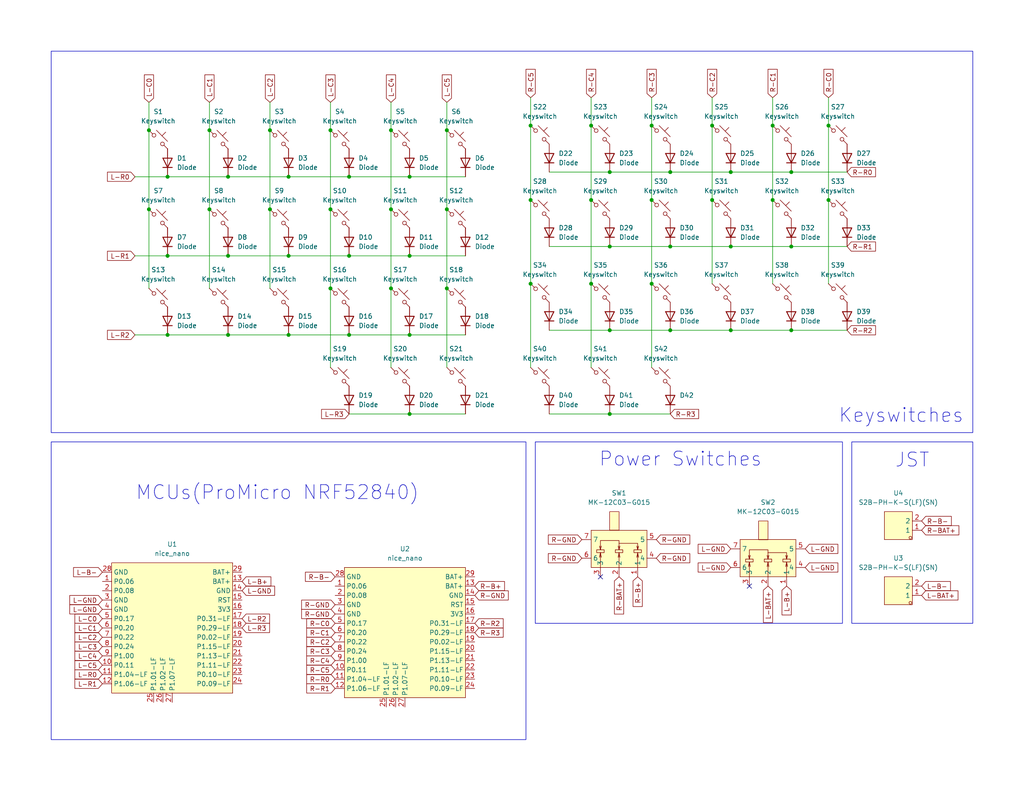
<source format=kicad_sch>
(kicad_sch (version 20250114) (generator "eeschema") (generator_version "9.0")
  (paper "USLetter")
  (title_block (title "Dune: Schematic") (date "2025-10-04") (rev "v0.1.0"))
  (rectangle (start 146.05 120.65) (end 229.87 170.18))
  (rectangle (start 13.97 13.97) (end 265.43 118.11))
  (rectangle (start 13.97 120.65) (end 143.51 201.93))
  (rectangle (start 232.41 120.65) (end 265.43 170.18))
  (text "MCUs(ProMicro NRF52840)" (at 75.692 134.62 0) (effects (font (size 3.81 3.81))))
  (text "JST\n" (at 248.92 125.73 0) (effects (font (size 3.81 3.81))))
  (text "Keyswitches" (at 245.872 113.538 0) (effects (font (size 3.81 3.81))))
  (text "Power Switches" (at 185.674 125.476 0) (effects (font (size 3.81 3.81))))
  (junction (at 62.23 69.85))
  (junction (at 166.37 67.31))
  (junction (at 106.68 78.74))
  (junction (at 121.92 78.74))
  (junction (at 45.72 69.85))
  (junction (at 215.9 46.99))
  (junction (at 144.78 77.47))
  (junction (at 45.72 48.26))
  (junction (at 182.88 67.31))
  (junction (at 194.31 54.61))
  (junction (at 95.25 69.85))
  (junction (at 95.25 48.26))
  (junction (at 226.06 54.61))
  (junction (at 199.39 46.99))
  (junction (at 111.76 113.03))
  (junction (at 199.39 90.17))
  (junction (at 144.78 34.29))
  (junction (at 161.29 34.29))
  (junction (at 166.37 113.03))
  (junction (at 40.64 35.56))
  (junction (at 215.9 90.17))
  (junction (at 210.82 34.29))
  (junction (at 182.88 46.99))
  (junction (at 90.17 35.56))
  (junction (at 177.8 54.61))
  (junction (at 90.17 78.74))
  (junction (at 199.39 67.31))
  (junction (at 177.8 77.47))
  (junction (at 161.29 54.61))
  (junction (at 73.66 35.56))
  (junction (at 106.68 35.56))
  (junction (at 62.23 91.44))
  (junction (at 111.76 91.44))
  (junction (at 62.23 48.26))
  (junction (at 215.9 67.31))
  (junction (at 166.37 90.17))
  (junction (at 78.74 91.44))
  (junction (at 111.76 69.85))
  (junction (at 90.17 57.15))
  (junction (at 57.15 57.15))
  (junction (at 121.92 35.56))
  (junction (at 144.78 54.61))
  (junction (at 161.29 77.47))
  (junction (at 106.68 57.15))
  (junction (at 40.64 57.15))
  (junction (at 194.31 34.29))
  (junction (at 226.06 34.29))
  (junction (at 45.72 91.44))
  (junction (at 182.88 90.17))
  (junction (at 121.92 57.15))
  (junction (at 177.8 34.29))
  (junction (at 57.15 35.56))
  (junction (at 210.82 54.61))
  (junction (at 166.37 46.99))
  (junction (at 78.74 69.85))
  (junction (at 78.74 48.26))
  (junction (at 111.76 48.26))
  (junction (at 73.66 57.15))
  (junction (at 95.25 91.44))
  (no_connect (at 163.83 157.48))
  (no_connect (at 204.47 160.02))
  (wire (pts (xy 149.86 113.03) (xy 166.37 113.03)))
  (wire (pts (xy 40.64 35.56) (xy 40.64 57.15)))
  (wire (pts (xy 40.64 27.94) (xy 40.64 35.56)))
  (wire (pts (xy 215.9 67.31) (xy 231.14 67.31)))
  (wire (pts (xy 78.74 69.85) (xy 95.25 69.85)))
  (wire (pts (xy 182.88 67.31) (xy 199.39 67.31)))
  (wire (pts (xy 161.29 54.61) (xy 161.29 77.47)))
  (wire (pts (xy 182.88 90.17) (xy 199.39 90.17)))
  (wire (pts (xy 182.88 46.99) (xy 199.39 46.99)))
  (wire (pts (xy 166.37 46.99) (xy 182.88 46.99)))
  (wire (pts (xy 62.23 69.85) (xy 78.74 69.85)))
  (wire (pts (xy 121.92 57.15) (xy 121.92 78.74)))
  (wire (pts (xy 106.68 35.56) (xy 106.68 57.15)))
  (wire (pts (xy 95.25 113.03) (xy 111.76 113.03)))
  (wire (pts (xy 45.72 91.44) (xy 62.23 91.44)))
  (wire (pts (xy 149.86 67.31) (xy 166.37 67.31)))
  (wire (pts (xy 106.68 78.74) (xy 106.68 100.33)))
  (wire (pts (xy 199.39 67.31) (xy 215.9 67.31)))
  (wire (pts (xy 144.78 77.47) (xy 144.78 100.33)))
  (wire (pts (xy 111.76 69.85) (xy 127 69.85)))
  (wire (pts (xy 111.76 113.03) (xy 127 113.03)))
  (wire (pts (xy 177.8 54.61) (xy 177.8 77.47)))
  (wire (pts (xy 194.31 34.29) (xy 194.31 54.61)))
  (wire (pts (xy 166.37 113.03) (xy 182.88 113.03)))
  (wire (pts (xy 36.83 69.85) (xy 45.72 69.85)))
  (wire (pts (xy 177.8 26.67) (xy 177.8 34.29)))
  (wire (pts (xy 177.8 34.29) (xy 177.8 54.61)))
  (wire (pts (xy 226.06 26.67) (xy 226.06 34.29)))
  (wire (pts (xy 40.64 57.15) (xy 40.64 78.74)))
  (wire (pts (xy 95.25 91.44) (xy 111.76 91.44)))
  (wire (pts (xy 210.82 34.29) (xy 210.82 54.61)))
  (wire (pts (xy 111.76 48.26) (xy 127 48.26)))
  (wire (pts (xy 226.06 34.29) (xy 226.06 54.61)))
  (wire (pts (xy 210.82 26.67) (xy 210.82 34.29)))
  (wire (pts (xy 121.92 78.74) (xy 121.92 100.33)))
  (wire (pts (xy 144.78 34.29) (xy 144.78 54.61)))
  (wire (pts (xy 226.06 54.61) (xy 226.06 77.47)))
  (wire (pts (xy 144.78 26.67) (xy 144.78 34.29)))
  (wire (pts (xy 95.25 69.85) (xy 111.76 69.85)))
  (wire (pts (xy 161.29 26.67) (xy 161.29 34.29)))
  (wire (pts (xy 90.17 27.94) (xy 90.17 35.56)))
  (wire (pts (xy 166.37 67.31) (xy 182.88 67.31)))
  (wire (pts (xy 161.29 77.47) (xy 161.29 100.33)))
  (wire (pts (xy 57.15 57.15) (xy 57.15 78.74)))
  (wire (pts (xy 177.8 77.47) (xy 177.8 100.33)))
  (wire (pts (xy 199.39 46.99) (xy 215.9 46.99)))
  (wire (pts (xy 144.78 54.61) (xy 144.78 77.47)))
  (wire (pts (xy 36.83 48.26) (xy 45.72 48.26)))
  (wire (pts (xy 121.92 35.56) (xy 121.92 57.15)))
  (wire (pts (xy 111.76 91.44) (xy 127 91.44)))
  (wire (pts (xy 57.15 27.94) (xy 57.15 35.56)))
  (wire (pts (xy 90.17 78.74) (xy 90.17 100.33)))
  (wire (pts (xy 78.74 91.44) (xy 95.25 91.44)))
  (wire (pts (xy 121.92 27.94) (xy 121.92 35.56)))
  (wire (pts (xy 149.86 46.99) (xy 166.37 46.99)))
  (wire (pts (xy 62.23 48.26) (xy 78.74 48.26)))
  (wire (pts (xy 215.9 46.99) (xy 231.14 46.99)))
  (wire (pts (xy 210.82 54.61) (xy 210.82 77.47)))
  (wire (pts (xy 95.25 48.26) (xy 111.76 48.26)))
  (wire (pts (xy 149.86 90.17) (xy 166.37 90.17)))
  (wire (pts (xy 161.29 34.29) (xy 161.29 54.61)))
  (wire (pts (xy 90.17 35.56) (xy 90.17 57.15)))
  (wire (pts (xy 78.74 48.26) (xy 95.25 48.26)))
  (wire (pts (xy 73.66 57.15) (xy 73.66 78.74)))
  (wire (pts (xy 73.66 35.56) (xy 73.66 57.15)))
  (wire (pts (xy 90.17 57.15) (xy 90.17 78.74)))
  (wire (pts (xy 215.9 90.17) (xy 231.14 90.17)))
  (wire (pts (xy 106.68 27.94) (xy 106.68 35.56)))
  (wire (pts (xy 45.72 69.85) (xy 62.23 69.85)))
  (wire (pts (xy 57.15 35.56) (xy 57.15 57.15)))
  (wire (pts (xy 106.68 57.15) (xy 106.68 78.74)))
  (wire (pts (xy 36.83 91.44) (xy 45.72 91.44)))
  (wire (pts (xy 194.31 54.61) (xy 194.31 77.47)))
  (wire (pts (xy 45.72 48.26) (xy 62.23 48.26)))
  (wire (pts (xy 62.23 91.44) (xy 78.74 91.44)))
  (wire (pts (xy 73.66 27.94) (xy 73.66 35.56)))
  (wire (pts (xy 199.39 90.17) (xy 215.9 90.17)))
  (wire (pts (xy 166.37 90.17) (xy 182.88 90.17)))
  (wire (pts (xy 194.31 26.67) (xy 194.31 34.29)))
  (global_label "R-C1" (shape input) (at 210.82 26.67 90) (property "Intersheetrefs" "${INTERSHEET_REFS}" (effects (hide yes))))
  (global_label "R-GND" (shape input) (at 179.07 152.4 0) (property "Intersheetrefs" "${INTERSHEET_REFS}" (effects (hide yes))))
  (global_label "L-R3" (shape input) (at 95.25 113.03 180) (property "Intersheetrefs" "${INTERSHEET_REFS}" (effects (hide yes))))
  (global_label "L-C3" (shape input) (at 27.94 176.53 180) (property "Intersheetrefs" "${INTERSHEET_REFS}" (effects (hide yes))))
  (global_label "R-C3" (shape input) (at 91.44 177.8 180) (property "Intersheetrefs" "${INTERSHEET_REFS}" (effects (hide yes))))
  (global_label "R-C5" (shape input) (at 144.78 26.67 90) (property "Intersheetrefs" "${INTERSHEET_REFS}" (effects (hide yes))))
  (global_label "L-GND" (shape input) (at 27.94 166.37 180) (property "Intersheetrefs" "${INTERSHEET_REFS}" (effects (hide yes))))
  (global_label "L-C2" (shape input) (at 27.94 173.99 180) (property "Intersheetrefs" "${INTERSHEET_REFS}" (effects (hide yes))))
  (global_label "L-C4" (shape input) (at 27.94 179.07 180) (property "Intersheetrefs" "${INTERSHEET_REFS}" (effects (hide yes))))
  (global_label "R-R2" (shape input) (at 129.54 170.18 0) (property "Intersheetrefs" "${INTERSHEET_REFS}" (effects (hide yes))))
  (global_label "L-R1" (shape input) (at 27.94 186.69 180) (property "Intersheetrefs" "${INTERSHEET_REFS}" (effects (hide yes))))
  (global_label "L-GND" (shape input) (at 219.71 149.86 0) (property "Intersheetrefs" "${INTERSHEET_REFS}" (effects (hide yes))))
  (global_label "R-R1" (shape input) (at 91.44 187.96 180) (property "Intersheetrefs" "${INTERSHEET_REFS}" (effects (hide yes))))
  (global_label "R-C3" (shape input) (at 177.8 26.67 90) (property "Intersheetrefs" "${INTERSHEET_REFS}" (effects (hide yes))))
  (global_label "R-GND" (shape input) (at 158.75 152.4 180) (property "Intersheetrefs" "${INTERSHEET_REFS}" (effects (hide yes))))
  (global_label "L-B+" (shape input) (at 66.04 158.75 0) (property "Intersheetrefs" "${INTERSHEET_REFS}" (effects (hide yes))))
  (global_label "R-C0" (shape input) (at 91.44 170.18 180) (property "Intersheetrefs" "${INTERSHEET_REFS}" (effects (hide yes))))
  (global_label "R-B-" (shape input) (at 91.44 157.48 180) (property "Intersheetrefs" "${INTERSHEET_REFS}" (effects (hide yes))))
  (global_label "L-GND" (shape input) (at 66.04 161.29 0) (property "Intersheetrefs" "${INTERSHEET_REFS}" (effects (hide yes))))
  (global_label "R-C5" (shape input) (at 91.44 182.88 180) (property "Intersheetrefs" "${INTERSHEET_REFS}" (effects (hide yes))))
  (global_label "R-GND" (shape input) (at 91.44 165.1 180) (property "Intersheetrefs" "${INTERSHEET_REFS}" (effects (hide yes))))
  (global_label "R-GND" (shape input) (at 91.44 167.64 180) (property "Intersheetrefs" "${INTERSHEET_REFS}" (effects (hide yes))))
  (global_label "L-GND" (shape input) (at 27.94 163.83 180) (property "Intersheetrefs" "${INTERSHEET_REFS}" (effects (hide yes))))
  (global_label "R-R1" (shape input) (at 231.14 67.31 0) (property "Intersheetrefs" "${INTERSHEET_REFS}" (effects (hide yes))))
  (global_label "R-B+" (shape input) (at 129.54 160.02 0) (property "Intersheetrefs" "${INTERSHEET_REFS}" (effects (hide yes))))
  (global_label "L-C1" (shape input) (at 57.15 27.94 90) (property "Intersheetrefs" "${INTERSHEET_REFS}" (effects (hide yes))))
  (global_label "L-C5" (shape input) (at 27.94 181.61 180) (property "Intersheetrefs" "${INTERSHEET_REFS}" (effects (hide yes))))
  (global_label "R-C1" (shape input) (at 91.44 172.72 180) (property "Intersheetrefs" "${INTERSHEET_REFS}" (effects (hide yes))))
  (global_label "R-R3" (shape input) (at 129.54 172.72 0) (property "Intersheetrefs" "${INTERSHEET_REFS}" (effects (hide yes))))
  (global_label "L-GND" (shape input) (at 219.71 154.94 0) (property "Intersheetrefs" "${INTERSHEET_REFS}" (effects (hide yes))))
  (global_label "L-R2" (shape input) (at 36.83 91.44 180) (property "Intersheetrefs" "${INTERSHEET_REFS}" (effects (hide yes))))
  (global_label "R-C2" (shape input) (at 91.44 175.26 180) (property "Intersheetrefs" "${INTERSHEET_REFS}" (effects (hide yes))))
  (global_label "R-GND" (shape input) (at 129.54 162.56 0) (property "Intersheetrefs" "${INTERSHEET_REFS}" (effects (hide yes))))
  (global_label "R-C4" (shape input) (at 91.44 180.34 180) (property "Intersheetrefs" "${INTERSHEET_REFS}" (effects (hide yes))))
  (global_label "R-C4" (shape input) (at 161.29 26.67 90) (property "Intersheetrefs" "${INTERSHEET_REFS}" (effects (hide yes))))
  (global_label "R-R0" (shape input) (at 231.14 46.99 0) (property "Intersheetrefs" "${INTERSHEET_REFS}" (effects (hide yes))))
  (global_label "L-GND" (shape input) (at 199.39 154.94 180) (property "Intersheetrefs" "${INTERSHEET_REFS}" (effects (hide yes))))
  (global_label "R-R3" (shape input) (at 182.88 113.03 0) (property "Intersheetrefs" "${INTERSHEET_REFS}" (effects (hide yes))))
  (global_label "L-R3" (shape input) (at 66.04 171.45 0) (property "Intersheetrefs" "${INTERSHEET_REFS}" (effects (hide yes))))
  (global_label "L-C4" (shape input) (at 106.68 27.94 90) (property "Intersheetrefs" "${INTERSHEET_REFS}" (effects (hide yes))))
  (global_label "L-B-" (shape input) (at 27.94 156.21 180) (property "Intersheetrefs" "${INTERSHEET_REFS}" (effects (hide yes))))
  (global_label "L-R0" (shape input) (at 36.83 48.26 180) (property "Intersheetrefs" "${INTERSHEET_REFS}" (effects (hide yes))))
  (global_label "R-GND" (shape input) (at 158.75 147.32 180) (property "Intersheetrefs" "${INTERSHEET_REFS}" (effects (hide yes))))
  (global_label "L-C0" (shape input) (at 40.64 27.94 90) (property "Intersheetrefs" "${INTERSHEET_REFS}" (effects (hide yes))))
  (global_label "L-B+" (shape input) (at 214.63 160.02 270) (property "Intersheetrefs" "${INTERSHEET_REFS}" (effects (hide yes))))
  (global_label "R-C0" (shape input) (at 226.06 26.67 90) (property "Intersheetrefs" "${INTERSHEET_REFS}" (effects (hide yes))))
  (global_label "R-C2" (shape input) (at 194.31 26.67 90) (property "Intersheetrefs" "${INTERSHEET_REFS}" (effects (hide yes))))
  (global_label "R-R2" (shape input) (at 231.14 90.17 0) (property "Intersheetrefs" "${INTERSHEET_REFS}" (effects (hide yes))))
  (global_label "L-C5" (shape input) (at 121.92 27.94 90) (property "Intersheetrefs" "${INTERSHEET_REFS}" (effects (hide yes))))
  (global_label "R-R0" (shape input) (at 91.44 185.42 180) (property "Intersheetrefs" "${INTERSHEET_REFS}" (effects (hide yes))))
  (global_label "R-GND" (shape input) (at 179.07 147.32 0) (property "Intersheetrefs" "${INTERSHEET_REFS}" (effects (hide yes))))
  (global_label "R-B+" (shape input) (at 173.99 157.48 270) (property "Intersheetrefs" "${INTERSHEET_REFS}" (effects (hide yes))))
  (global_label "R-BAT+" (shape input) (at 168.91 157.48 270) (property "Intersheetrefs" "${INTERSHEET_REFS}" (effects (hide yes))))
  (global_label "L-R0" (shape input) (at 27.94 184.15 180) (property "Intersheetrefs" "${INTERSHEET_REFS}" (effects (hide yes))))
  (global_label "L-R2" (shape input) (at 66.04 168.91 0) (property "Intersheetrefs" "${INTERSHEET_REFS}" (effects (hide yes))))
  (global_label "L-C2" (shape input) (at 73.66 27.94 90) (property "Intersheetrefs" "${INTERSHEET_REFS}" (effects (hide yes))))
  (global_label "L-BAT+" (shape input) (at 209.55 160.02 270) (property "Intersheetrefs" "${INTERSHEET_REFS}" (effects (hide yes))))
  (global_label "R-B-" (shape input) (at 251.46 142.24 0) (property "Intersheetrefs" "${INTERSHEET_REFS}" (effects (hide yes))))
  (global_label "L-C3" (shape input) (at 90.17 27.94 90) (property "Intersheetrefs" "${INTERSHEET_REFS}" (effects (hide yes))))
  (global_label "L-BAT+" (shape input) (at 251.46 162.56 0) (property "Intersheetrefs" "${INTERSHEET_REFS}" (effects (hide yes))))
  (global_label "L-C1" (shape input) (at 27.94 171.45 180) (property "Intersheetrefs" "${INTERSHEET_REFS}" (effects (hide yes))))
  (global_label "R-BAT+" (shape input) (at 251.46 144.78 0) (property "Intersheetrefs" "${INTERSHEET_REFS}" (effects (hide yes))))
  (global_label "L-C0" (shape input) (at 27.94 168.91 180) (property "Intersheetrefs" "${INTERSHEET_REFS}" (effects (hide yes))))
  (global_label "L-GND" (shape input) (at 199.39 149.86 180) (property "Intersheetrefs" "${INTERSHEET_REFS}" (effects (hide yes))))
  (global_label "L-B-" (shape input) (at 251.46 160.02 0) (property "Intersheetrefs" "${INTERSHEET_REFS}" (effects (hide yes))))
  (global_label "L-R1" (shape input) (at 36.83 69.85 180) (property "Intersheetrefs" "${INTERSHEET_REFS}" (effects (hide yes))))
  (symbol (lib_id "ScottoKeebs:Placeholder_Diode") (at 127 109.22 90) (unit 1)
    (property "Reference" "D21" (at 129.54 107.9499 90) (effects (justify right)))
    (property "Value" "Diode" (at 129.54 110.4899 90) (effects (justify right)))
    (property "Footprint" "ScottoKeebs_Components:Diode_SOD-123" (effects (hide yes)))
    (property "Description" "1N4148 (DO-35) or 1N4148W (SOD-123)" (effects (hide yes)))
    (property "Sim.Device" "D" (effects (hide yes)))
    (property "Sim.Pins" "1=K 2=A" (effects (hide yes)))
  )
  (symbol (lib_id "ScottoKeebs:Placeholder_Diode") (at 111.76 109.22 90) (unit 1)
    (property "Reference" "D20" (at 114.3 107.9499 90) (effects (justify right)))
    (property "Value" "Diode" (at 114.3 110.4899 90) (effects (justify right)))
    (property "Footprint" "ScottoKeebs_Components:Diode_SOD-123" (effects (hide yes)))
    (property "Description" "1N4148 (DO-35) or 1N4148W (SOD-123)" (effects (hide yes)))
    (property "Sim.Device" "D" (effects (hide yes)))
    (property "Sim.Pins" "1=K 2=A" (effects (hide yes)))
  )
  (symbol (lib_id "ScottoKeebs:Placeholder_Diode") (at 166.37 86.36 90) (unit 1)
    (property "Reference" "D35" (at 168.91 85.0899 90) (effects (justify right)))
    (property "Value" "Diode" (at 168.91 87.6299 90) (effects (justify right)))
    (property "Footprint" "ScottoKeebs_Components:Diode_SOD-123" (effects (hide yes)))
    (property "Description" "1N4148 (DO-35) or 1N4148W (SOD-123)" (effects (hide yes)))
    (property "Sim.Device" "D" (effects (hide yes)))
    (property "Sim.Pins" "1=K 2=A" (effects (hide yes)))
  )
  (symbol (lib_id "ScottoKeebs:Placeholder_Keyswitch") (at 147.32 80.01 0) (unit 1)
    (property "Reference" "S34" (at 147.32 72.39 0))
    (property "Value" "Keyswitch" (at 147.32 74.93 0))
    (property "Footprint" "ScottoKeebs_Hotswap:Hotswap_Choc_V2_1.00u" (effects (hide yes)))
    (property "Description" "Push button switch, normally open, two pins, 45° tilted" (effects (hide yes)))
  )
  (symbol (lib_id "marbastlib-promicroish:nice_nano") (at 110.49 173.99 0) (unit 1) (in_bom no)
    (property "Reference" "U2" (at 110.49 149.86 0))
    (property "Value" "nice_nano" (at 110.49 152.4 0))
    (property "Footprint" "Ayaan's Library:SuperMini NRF52840" (effects (hide yes)))
    (property "Datasheet" "https://nicekeyboards.com/docs/nice-nano/pinout-schematic" (effects (hide yes)))
    (property "Description" "Symbol for an nicekeyboards nice!nano" (effects (hide yes)))
  )
  (symbol (lib_id "ScottoKeebs:Placeholder_Keyswitch") (at 196.85 57.15 0) (unit 1)
    (property "Reference" "S31" (at 196.85 49.53 0))
    (property "Value" "Keyswitch" (at 196.85 52.07 0))
    (property "Footprint" "ScottoKeebs_Hotswap:Hotswap_Choc_V2_1.00u" (effects (hide yes)))
    (property "Description" "Push button switch, normally open, two pins, 45° tilted" (effects (hide yes)))
  )
  (symbol (lib_id "ScottoKeebs:Placeholder_Keyswitch") (at 147.32 57.15 0) (unit 1)
    (property "Reference" "S28" (at 147.32 49.53 0))
    (property "Value" "Keyswitch" (at 147.32 52.07 0))
    (property "Footprint" "ScottoKeebs_Hotswap:Hotswap_Choc_V2_1.00u" (effects (hide yes)))
    (property "Description" "Push button switch, normally open, two pins, 45° tilted" (effects (hide yes)))
  )
  (symbol (lib_id "ScottoKeebs:Placeholder_Diode") (at 45.72 87.63 90) (unit 1)
    (property "Reference" "D13" (at 48.26 86.3599 90) (effects (justify right)))
    (property "Value" "Diode" (at 48.26 88.8999 90) (effects (justify right)))
    (property "Footprint" "ScottoKeebs_Components:Diode_SOD-123" (effects (hide yes)))
    (property "Description" "1N4148 (DO-35) or 1N4148W (SOD-123)" (effects (hide yes)))
    (property "Sim.Device" "D" (effects (hide yes)))
    (property "Sim.Pins" "1=K 2=A" (effects (hide yes)))
  )
  (symbol (lib_id "ScottoKeebs:Placeholder_Keyswitch") (at 43.18 59.69 0) (unit 1)
    (property "Reference" "S7" (at 43.18 52.07 0))
    (property "Value" "Keyswitch" (at 43.18 54.61 0))
    (property "Footprint" "ScottoKeebs_Hotswap:Hotswap_Choc_V2_1.00u" (effects (hide yes)))
    (property "Description" "Push button switch, normally open, two pins, 45° tilted" (effects (hide yes)))
  )
  (symbol (lib_id "ScottoKeebs:Placeholder_Keyswitch") (at 213.36 57.15 0) (unit 1)
    (property "Reference" "S32" (at 213.36 49.53 0))
    (property "Value" "Keyswitch" (at 213.36 52.07 0))
    (property "Footprint" "ScottoKeebs_Hotswap:Hotswap_Choc_V2_1.00u" (effects (hide yes)))
    (property "Description" "Push button switch, normally open, two pins, 45° tilted" (effects (hide yes)))
  )
  (symbol (lib_id "ScottoKeebs:Placeholder_Keyswitch") (at 43.18 38.1 0) (unit 1)
    (property "Reference" "S1" (at 43.18 30.48 0))
    (property "Value" "Keyswitch" (at 43.18 33.02 0))
    (property "Footprint" "ScottoKeebs_Hotswap:Hotswap_Choc_V2_1.00u" (effects (hide yes)))
    (property "Description" "Push button switch, normally open, two pins, 45° tilted" (effects (hide yes)))
  )
  (symbol (lib_id "ScottoKeebs:Placeholder_Keyswitch") (at 228.6 80.01 0) (unit 1)
    (property "Reference" "S39" (at 228.6 72.39 0))
    (property "Value" "Keyswitch" (at 228.6 74.93 0))
    (property "Footprint" "ScottoKeebs_Hotswap:Hotswap_Choc_V2_1.00u" (effects (hide yes)))
    (property "Description" "Push button switch, normally open, two pins, 45° tilted" (effects (hide yes)))
  )
  (symbol (lib_id "ScottoKeebs:Placeholder_Keyswitch") (at 163.83 102.87 0) (unit 1)
    (property "Reference" "S41" (at 163.83 95.25 0))
    (property "Value" "Keyswitch" (at 163.83 97.79 0))
    (property "Footprint" "ScottoKeebs_Hotswap:Hotswap_Choc_V2_1.00u" (effects (hide yes)))
    (property "Description" "Push button switch, normally open, two pins, 45° tilted" (effects (hide yes)))
  )
  (symbol (lib_id "ScottoKeebs:Placeholder_Keyswitch") (at 163.83 36.83 0) (unit 1)
    (property "Reference" "S23" (at 163.83 29.21 0))
    (property "Value" "Keyswitch" (at 163.83 31.75 0))
    (property "Footprint" "ScottoKeebs_Hotswap:Hotswap_Choc_V2_1.00u" (effects (hide yes)))
    (property "Description" "Push button switch, normally open, two pins, 45° tilted" (effects (hide yes)))
  )
  (symbol (lib_id "ScottoKeebs:Placeholder_Diode") (at 182.88 109.22 90) (unit 1)
    (property "Reference" "D42" (at 185.42 107.9499 90) (effects (justify right)))
    (property "Value" "Diode" (effects (hide yes)))
    (property "Footprint" "ScottoKeebs_Components:Diode_SOD-123" (effects (hide yes)))
    (property "Description" "1N4148 (DO-35) or 1N4148W (SOD-123)" (effects (hide yes)))
    (property "Sim.Device" "D" (effects (hide yes)))
    (property "Sim.Pins" "1=K 2=A" (effects (hide yes)))
  )
  (symbol (lib_id "ScottoKeebs:Placeholder_Keyswitch") (at 213.36 36.83 0) (unit 1)
    (property "Reference" "S26" (at 213.36 29.21 0))
    (property "Value" "Keyswitch" (at 213.36 31.75 0))
    (property "Footprint" "ScottoKeebs_Hotswap:Hotswap_Choc_V2_1.00u" (effects (hide yes)))
    (property "Description" "Push button switch, normally open, two pins, 45° tilted" (effects (hide yes)))
  )
  (symbol (lib_id "ScottoKeebs:Placeholder_Diode") (at 127 66.04 90) (unit 1)
    (property "Reference" "D12" (at 129.54 64.7699 90) (effects (justify right)))
    (property "Value" "Diode" (at 129.54 67.3099 90) (effects (justify right)))
    (property "Footprint" "ScottoKeebs_Components:Diode_SOD-123" (effects (hide yes)))
    (property "Description" "1N4148 (DO-35) or 1N4148W (SOD-123)" (effects (hide yes)))
    (property "Sim.Device" "D" (effects (hide yes)))
    (property "Sim.Pins" "1=K 2=A" (effects (hide yes)))
  )
  (symbol (lib_id "ScottoKeebs:Placeholder_Keyswitch") (at 92.71 59.69 0) (unit 1)
    (property "Reference" "S10" (at 92.71 52.07 0))
    (property "Value" "Keyswitch" (at 92.71 54.61 0))
    (property "Footprint" "ScottoKeebs_Hotswap:Hotswap_Choc_V2_1.00u" (effects (hide yes)))
    (property "Description" "Push button switch, normally open, two pins, 45° tilted" (effects (hide yes)))
  )
  (symbol (lib_id "marbastlib-promicroish:nice_nano") (at 46.99 172.72 0) (unit 1) (in_bom no)
    (property "Reference" "U1" (at 46.99 148.59 0))
    (property "Value" "nice_nano" (at 46.99 151.13 0))
    (property "Footprint" "Ayaan's Library:SuperMini NRF52840" (effects (hide yes)))
    (property "Datasheet" "https://nicekeyboards.com/docs/nice-nano/pinout-schematic" (effects (hide yes)))
    (property "Description" "Symbol for an nicekeyboards nice!nano" (effects (hide yes)))
  )
  (symbol (lib_id "ScottoKeebs:Placeholder_Diode") (at 149.86 109.22 90) (unit 1)
    (property "Reference" "D40" (at 152.4 107.9499 90) (effects (justify right)))
    (property "Value" "Diode" (at 152.4 110.4899 90) (effects (justify right)))
    (property "Footprint" "ScottoKeebs_Components:Diode_SOD-123" (effects (hide yes)))
    (property "Description" "1N4148 (DO-35) or 1N4148W (SOD-123)" (effects (hide yes)))
    (property "Sim.Device" "D" (effects (hide yes)))
    (property "Sim.Pins" "1=K 2=A" (effects (hide yes)))
  )
  (symbol (lib_id "easyeda2kicad:S2B-PH-K-S(LF)(SN)") (at 246.38 161.29 180) (unit 1)
    (property "Reference" "U3" (at 245.11 152.4 0))
    (property "Value" "S2B-PH-K-S(LF)(SN)" (at 245.11 154.94 0))
    (property "Footprint" "easyeda2kicad:CONN-TH_S2B-PH-K-S-LF-SN" (effects (hide yes)))
    (property "Datasheet" "https://lcsc.com/product-detail/PH-Connectors_JST-Sales-America_S2B-PH-K-S-LF-SN_JST-Sales-America-S2B-PH-K-S-LF-SN_C173752.html" (effects (hide yes)))
    (property "LCSC Part" "C173752" (effects (hide yes)))
  )
  (symbol (lib_id "easyeda2kicad:S2B-PH-K-S(LF)(SN)") (at 246.38 143.51 180) (unit 1)
    (property "Reference" "U4" (at 245.11 134.62 0))
    (property "Value" "S2B-PH-K-S(LF)(SN)" (at 245.11 137.16 0))
    (property "Footprint" "easyeda2kicad:CONN-TH_S2B-PH-K-S-LF-SN" (effects (hide yes)))
    (property "Datasheet" "https://lcsc.com/product-detail/PH-Connectors_JST-Sales-America_S2B-PH-K-S-LF-SN_JST-Sales-America-S2B-PH-K-S-LF-SN_C173752.html" (effects (hide yes)))
    (property "LCSC Part" "C173752" (effects (hide yes)))
  )
  (symbol (lib_id "ScottoKeebs:Placeholder_Keyswitch") (at 180.34 80.01 0) (unit 1)
    (property "Reference" "S36" (at 180.34 72.39 0))
    (property "Value" "Keyswitch" (at 180.34 74.93 0))
    (property "Footprint" "ScottoKeebs_Hotswap:Hotswap_Choc_V2_1.00u" (effects (hide yes)))
    (property "Description" "Push button switch, normally open, two pins, 45° tilted" (effects (hide yes)))
  )
  (symbol (lib_id "ScottoKeebs:Placeholder_Diode") (at 215.9 86.36 90) (unit 1)
    (property "Reference" "D38" (at 218.44 85.0899 90) (effects (justify right)))
    (property "Value" "Diode" (at 218.44 87.6299 90) (effects (justify right)))
    (property "Footprint" "ScottoKeebs_Components:Diode_SOD-123" (effects (hide yes)))
    (property "Description" "1N4148 (DO-35) or 1N4148W (SOD-123)" (effects (hide yes)))
    (property "Sim.Device" "D" (effects (hide yes)))
    (property "Sim.Pins" "1=K 2=A" (effects (hide yes)))
  )
  (symbol (lib_id "ScottoKeebs:Placeholder_Diode") (at 166.37 43.18 90) (unit 1)
    (property "Reference" "D23" (at 168.91 41.9099 90) (effects (justify right)))
    (property "Value" "Diode" (at 168.91 44.4499 90) (effects (justify right)))
    (property "Footprint" "ScottoKeebs_Components:Diode_SOD-123" (effects (hide yes)))
    (property "Description" "1N4148 (DO-35) or 1N4148W (SOD-123)" (effects (hide yes)))
    (property "Sim.Device" "D" (effects (hide yes)))
    (property "Sim.Pins" "1=K 2=A" (effects (hide yes)))
  )
  (symbol (lib_id "ScottoKeebs:Placeholder_Diode") (at 78.74 87.63 90) (unit 1)
    (property "Reference" "D15" (at 81.28 86.3599 90) (effects (justify right)))
    (property "Value" "Diode" (at 81.28 88.8999 90) (effects (justify right)))
    (property "Footprint" "ScottoKeebs_Components:Diode_SOD-123" (effects (hide yes)))
    (property "Description" "1N4148 (DO-35) or 1N4148W (SOD-123)" (effects (hide yes)))
    (property "Sim.Device" "D" (effects (hide yes)))
    (property "Sim.Pins" "1=K 2=A" (effects (hide yes)))
  )
  (symbol (lib_id "ScottoKeebs:Placeholder_Diode") (at 78.74 44.45 90) (unit 1)
    (property "Reference" "D3" (at 81.28 43.1799 90) (effects (justify right)))
    (property "Value" "Diode" (at 81.28 45.7199 90) (effects (justify right)))
    (property "Footprint" "ScottoKeebs_Components:Diode_SOD-123" (effects (hide yes)))
    (property "Description" "1N4148 (DO-35) or 1N4148W (SOD-123)" (effects (hide yes)))
    (property "Sim.Device" "D" (effects (hide yes)))
    (property "Sim.Pins" "1=K 2=A" (effects (hide yes)))
  )
  (symbol (lib_id "ScottoKeebs:Placeholder_Keyswitch") (at 76.2 59.69 0) (unit 1)
    (property "Reference" "S9" (at 76.2 52.07 0))
    (property "Value" "Keyswitch" (at 76.2 54.61 0))
    (property "Footprint" "ScottoKeebs_Hotswap:Hotswap_Choc_V2_1.00u" (effects (hide yes)))
    (property "Description" "Push button switch, normally open, two pins, 45° tilted" (effects (hide yes)))
  )
  (symbol (lib_id "ScottoKeebs:Placeholder_Diode") (at 231.14 43.18 90) (unit 1)
    (property "Reference" "D27" (at 233.68 41.9099 90) (effects (justify right)))
    (property "Value" "Diode" (at 233.68 44.4499 90) (effects (justify right)))
    (property "Footprint" "ScottoKeebs_Components:Diode_SOD-123" (effects (hide yes)))
    (property "Description" "1N4148 (DO-35) or 1N4148W (SOD-123)" (effects (hide yes)))
    (property "Sim.Device" "D" (effects (hide yes)))
    (property "Sim.Pins" "1=K 2=A" (effects (hide yes)))
  )
  (symbol (lib_id "ScottoKeebs:Placeholder_Diode") (at 95.25 87.63 90) (unit 1)
    (property "Reference" "D16" (at 97.79 86.3599 90) (effects (justify right)))
    (property "Value" "Diode" (at 97.79 88.8999 90) (effects (justify right)))
    (property "Footprint" "ScottoKeebs_Components:Diode_SOD-123" (effects (hide yes)))
    (property "Description" "1N4148 (DO-35) or 1N4148W (SOD-123)" (effects (hide yes)))
    (property "Sim.Device" "D" (effects (hide yes)))
    (property "Sim.Pins" "1=K 2=A" (effects (hide yes)))
  )
  (symbol (lib_id "ScottoKeebs:Placeholder_Diode") (at 111.76 87.63 90) (unit 1)
    (property "Reference" "D17" (at 114.3 86.3599 90) (effects (justify right)))
    (property "Value" "Diode" (at 114.3 88.8999 90) (effects (justify right)))
    (property "Footprint" "ScottoKeebs_Components:Diode_SOD-123" (effects (hide yes)))
    (property "Description" "1N4148 (DO-35) or 1N4148W (SOD-123)" (effects (hide yes)))
    (property "Sim.Device" "D" (effects (hide yes)))
    (property "Sim.Pins" "1=K 2=A" (effects (hide yes)))
  )
  (symbol (lib_id "ScottoKeebs:Placeholder_Diode") (at 111.76 44.45 90) (unit 1)
    (property "Reference" "D5" (at 114.3 43.1799 90) (effects (justify right)))
    (property "Value" "Diode" (at 114.3 45.7199 90) (effects (justify right)))
    (property "Footprint" "ScottoKeebs_Components:Diode_SOD-123" (effects (hide yes)))
    (property "Description" "1N4148 (DO-35) or 1N4148W (SOD-123)" (effects (hide yes)))
    (property "Sim.Device" "D" (effects (hide yes)))
    (property "Sim.Pins" "1=K 2=A" (effects (hide yes)))
  )
  (symbol (lib_id "ScottoKeebs:Placeholder_Diode") (at 111.76 66.04 90) (unit 1)
    (property "Reference" "D11" (at 114.3 64.7699 90) (effects (justify right)))
    (property "Value" "Diode" (at 114.3 67.3099 90) (effects (justify right)))
    (property "Footprint" "ScottoKeebs_Components:Diode_SOD-123" (effects (hide yes)))
    (property "Description" "1N4148 (DO-35) or 1N4148W (SOD-123)" (effects (hide yes)))
    (property "Sim.Device" "D" (effects (hide yes)))
    (property "Sim.Pins" "1=K 2=A" (effects (hide yes)))
  )
  (symbol (lib_id "ScottoKeebs:Placeholder_Keyswitch") (at 59.69 81.28 0) (unit 1)
    (property "Reference" "S14" (at 59.69 73.66 0))
    (property "Value" "Keyswitch" (at 59.69 76.2 0))
    (property "Footprint" "ScottoKeebs_Hotswap:Hotswap_Choc_V2_1.00u" (effects (hide yes)))
    (property "Description" "Push button switch, normally open, two pins, 45° tilted" (effects (hide yes)))
  )
  (symbol (lib_id "ScottoKeebs:Placeholder_Keyswitch") (at 147.32 36.83 0) (unit 1)
    (property "Reference" "S22" (at 147.32 29.21 0))
    (property "Value" "Keyswitch" (at 147.32 31.75 0))
    (property "Footprint" "ScottoKeebs_Hotswap:Hotswap_Choc_V2_1.00u" (effects (hide yes)))
    (property "Description" "Push button switch, normally open, two pins, 45° tilted" (effects (hide yes)))
  )
  (symbol (lib_id "ScottoKeebs:Placeholder_Keyswitch") (at 59.69 59.69 0) (unit 1)
    (property "Reference" "S8" (at 59.69 52.07 0))
    (property "Value" "Keyswitch" (at 59.69 54.61 0))
    (property "Footprint" "ScottoKeebs_Hotswap:Hotswap_Choc_V2_1.00u" (effects (hide yes)))
    (property "Description" "Push button switch, normally open, two pins, 45° tilted" (effects (hide yes)))
  )
  (symbol (lib_id "ScottoKeebs:Placeholder_Keyswitch") (at 196.85 80.01 0) (unit 1)
    (property "Reference" "S37" (at 196.85 72.39 0))
    (property "Value" "Keyswitch" (at 196.85 74.93 0))
    (property "Footprint" "ScottoKeebs_Hotswap:Hotswap_Choc_V2_1.00u" (effects (hide yes)))
    (property "Description" "Push button switch, normally open, two pins, 45° tilted" (effects (hide yes)))
  )
  (symbol (lib_id "ScottoKeebs:Placeholder_Diode") (at 149.86 86.36 90) (unit 1)
    (property "Reference" "D34" (at 152.4 85.0899 90) (effects (justify right)))
    (property "Value" "Diode" (at 152.4 87.6299 90) (effects (justify right)))
    (property "Footprint" "ScottoKeebs_Components:Diode_SOD-123" (effects (hide yes)))
    (property "Description" "1N4148 (DO-35) or 1N4148W (SOD-123)" (effects (hide yes)))
    (property "Sim.Device" "D" (effects (hide yes)))
    (property "Sim.Pins" "1=K 2=A" (effects (hide yes)))
  )
  (symbol (lib_id "ScottoKeebs:Placeholder_Keyswitch") (at 92.71 102.87 0) (unit 1)
    (property "Reference" "S19" (at 92.71 95.25 0))
    (property "Value" "Keyswitch" (at 92.71 97.79 0))
    (property "Footprint" "ScottoKeebs_Hotswap:Hotswap_Choc_V2_1.00u" (effects (hide yes)))
    (property "Description" "Push button switch, normally open, two pins, 45° tilted" (effects (hide yes)))
  )
  (symbol (lib_id "ScottoKeebs:Placeholder_Diode") (at 149.86 63.5 90) (unit 1)
    (property "Reference" "D28" (at 152.4 62.2299 90) (effects (justify right)))
    (property "Value" "Diode" (at 152.4 64.7699 90) (effects (justify right)))
    (property "Footprint" "ScottoKeebs_Components:Diode_SOD-123" (effects (hide yes)))
    (property "Description" "1N4148 (DO-35) or 1N4148W (SOD-123)" (effects (hide yes)))
    (property "Sim.Device" "D" (effects (hide yes)))
    (property "Sim.Pins" "1=K 2=A" (effects (hide yes)))
  )
  (symbol (lib_id "ScottoKeebs:Placeholder_Keyswitch") (at 76.2 38.1 0) (unit 1)
    (property "Reference" "S3" (at 76.2 30.48 0))
    (property "Value" "Keyswitch" (at 76.2 33.02 0))
    (property "Footprint" "ScottoKeebs_Hotswap:Hotswap_Choc_V2_1.00u" (effects (hide yes)))
    (property "Description" "Push button switch, normally open, two pins, 45° tilted" (effects (hide yes)))
  )
  (symbol (lib_id "easyeda2kicad:MK-12C03-G015") (at 209.55 152.4 180) (unit 1)
    (property "Reference" "SW2" (at 209.55 137.16 0))
    (property "Value" "MK-12C03-G015" (at 209.55 139.7 0))
    (property "Footprint" "easyeda2kicad:SW-SMD_MK-12C03-G015" (effects (hide yes)))
    (property "LCSC Part" "C2890358" (effects (hide yes)))
  )
  (symbol (lib_id "ScottoKeebs:Placeholder_Keyswitch") (at 59.69 38.1 0) (unit 1)
    (property "Reference" "S2" (at 59.69 30.48 0))
    (property "Value" "Keyswitch" (at 59.69 33.02 0))
    (property "Footprint" "ScottoKeebs_Hotswap:Hotswap_Choc_V2_1.00u" (effects (hide yes)))
    (property "Description" "Push button switch, normally open, two pins, 45° tilted" (effects (hide yes)))
  )
  (symbol (lib_id "ScottoKeebs:Placeholder_Diode") (at 127 44.45 90) (unit 1)
    (property "Reference" "D6" (at 129.54 43.1799 90) (effects (justify right)))
    (property "Value" "Diode" (at 129.54 45.7199 90) (effects (justify right)))
    (property "Footprint" "ScottoKeebs_Components:Diode_SOD-123" (effects (hide yes)))
    (property "Description" "1N4148 (DO-35) or 1N4148W (SOD-123)" (effects (hide yes)))
    (property "Sim.Device" "D" (effects (hide yes)))
    (property "Sim.Pins" "1=K 2=A" (effects (hide yes)))
  )
  (symbol (lib_id "ScottoKeebs:Placeholder_Keyswitch") (at 228.6 57.15 0) (unit 1)
    (property "Reference" "S33" (at 228.6 49.53 0))
    (property "Value" "Keyswitch" (at 228.6 52.07 0))
    (property "Footprint" "ScottoKeebs_Hotswap:Hotswap_Choc_V2_1.00u" (effects (hide yes)))
    (property "Description" "Push button switch, normally open, two pins, 45° tilted" (effects (hide yes)))
  )
  (symbol (lib_id "ScottoKeebs:Placeholder_Keyswitch") (at 228.6 36.83 0) (unit 1)
    (property "Reference" "S27" (at 228.6 29.21 0))
    (property "Value" "Keyswitch" (at 228.6 31.75 0))
    (property "Footprint" "ScottoKeebs_Hotswap:Hotswap_Choc_V2_1.00u" (effects (hide yes)))
    (property "Description" "Push button switch, normally open, two pins, 45° tilted" (effects (hide yes)))
  )
  (symbol (lib_id "ScottoKeebs:Placeholder_Diode") (at 231.14 86.36 90) (unit 1)
    (property "Reference" "D39" (at 233.68 85.0899 90) (effects (justify right)))
    (property "Value" "Diode" (at 233.68 87.6299 90) (effects (justify right)))
    (property "Footprint" "ScottoKeebs_Components:Diode_SOD-123" (effects (hide yes)))
    (property "Description" "1N4148 (DO-35) or 1N4148W (SOD-123)" (effects (hide yes)))
    (property "Sim.Device" "D" (effects (hide yes)))
    (property "Sim.Pins" "1=K 2=A" (effects (hide yes)))
  )
  (symbol (lib_id "ScottoKeebs:Placeholder_Keyswitch") (at 213.36 80.01 0) (unit 1)
    (property "Reference" "S38" (at 213.36 72.39 0))
    (property "Value" "Keyswitch" (at 213.36 74.93 0))
    (property "Footprint" "ScottoKeebs_Hotswap:Hotswap_Choc_V2_1.00u" (effects (hide yes)))
    (property "Description" "Push button switch, normally open, two pins, 45° tilted" (effects (hide yes)))
  )
  (symbol (lib_id "ScottoKeebs:Placeholder_Diode") (at 78.74 66.04 90) (unit 1)
    (property "Reference" "D9" (at 81.28 64.7699 90) (effects (justify right)))
    (property "Value" "Diode" (at 81.28 67.3099 90) (effects (justify right)))
    (property "Footprint" "ScottoKeebs_Components:Diode_SOD-123" (effects (hide yes)))
    (property "Description" "1N4148 (DO-35) or 1N4148W (SOD-123)" (effects (hide yes)))
    (property "Sim.Device" "D" (effects (hide yes)))
    (property "Sim.Pins" "1=K 2=A" (effects (hide yes)))
  )
  (symbol (lib_id "ScottoKeebs:Placeholder_Keyswitch") (at 163.83 80.01 0) (unit 1)
    (property "Reference" "S35" (at 163.83 72.39 0))
    (property "Value" "Keyswitch" (at 163.83 74.93 0))
    (property "Footprint" "ScottoKeebs_Hotswap:Hotswap_Choc_V2_1.00u" (effects (hide yes)))
    (property "Description" "Push button switch, normally open, two pins, 45° tilted" (effects (hide yes)))
  )
  (symbol (lib_id "ScottoKeebs:Placeholder_Diode") (at 182.88 43.18 90) (unit 1)
    (property "Reference" "D24" (at 185.42 41.9099 90) (effects (justify right)))
    (property "Value" "Diode" (at 185.42 44.4499 90) (effects (justify right)))
    (property "Footprint" "ScottoKeebs_Components:Diode_SOD-123" (effects (hide yes)))
    (property "Description" "1N4148 (DO-35) or 1N4148W (SOD-123)" (effects (hide yes)))
    (property "Sim.Device" "D" (effects (hide yes)))
    (property "Sim.Pins" "1=K 2=A" (effects (hide yes)))
  )
  (symbol (lib_id "ScottoKeebs:Placeholder_Keyswitch") (at 180.34 57.15 0) (unit 1)
    (property "Reference" "S30" (at 180.34 49.53 0))
    (property "Value" "Keyswitch" (at 180.34 52.07 0))
    (property "Footprint" "ScottoKeebs_Hotswap:Hotswap_Choc_V2_1.00u" (effects (hide yes)))
    (property "Description" "Push button switch, normally open, two pins, 45° tilted" (effects (hide yes)))
  )
  (symbol (lib_id "ScottoKeebs:Placeholder_Diode") (at 62.23 66.04 90) (unit 1)
    (property "Reference" "D8" (at 64.77 64.7699 90) (effects (justify right)))
    (property "Value" "Diode" (at 64.77 67.3099 90) (effects (justify right)))
    (property "Footprint" "ScottoKeebs_Components:Diode_SOD-123" (effects (hide yes)))
    (property "Description" "1N4148 (DO-35) or 1N4148W (SOD-123)" (effects (hide yes)))
    (property "Sim.Device" "D" (effects (hide yes)))
    (property "Sim.Pins" "1=K 2=A" (effects (hide yes)))
  )
  (symbol (lib_id "ScottoKeebs:Placeholder_Keyswitch") (at 43.18 81.28 0) (unit 1)
    (property "Reference" "S13" (at 43.18 73.66 0))
    (property "Value" "Keyswitch" (at 43.18 76.2 0))
    (property "Footprint" "ScottoKeebs_Hotswap:Hotswap_Choc_V2_1.00u" (effects (hide yes)))
    (property "Description" "Push button switch, normally open, two pins, 45° tilted" (effects (hide yes)))
  )
  (symbol (lib_id "ScottoKeebs:Placeholder_Diode") (at 199.39 63.5 90) (unit 1)
    (property "Reference" "D31" (at 201.93 62.2299 90) (effects (justify right)))
    (property "Value" "Diode" (at 201.93 64.7699 90) (effects (justify right)))
    (property "Footprint" "ScottoKeebs_Components:Diode_SOD-123" (effects (hide yes)))
    (property "Description" "1N4148 (DO-35) or 1N4148W (SOD-123)" (effects (hide yes)))
    (property "Sim.Device" "D" (effects (hide yes)))
    (property "Sim.Pins" "1=K 2=A" (effects (hide yes)))
  )
  (symbol (lib_id "easyeda2kicad:MK-12C03-G015") (at 168.91 149.86 180) (unit 1)
    (property "Reference" "SW1" (at 168.91 134.62 0))
    (property "Value" "MK-12C03-G015" (at 168.91 137.16 0))
    (property "Footprint" "easyeda2kicad:SW-SMD_MK-12C03-G015" (effects (hide yes)))
    (property "LCSC Part" "C2890358" (effects (hide yes)))
  )
  (symbol (lib_id "ScottoKeebs:Placeholder_Diode") (at 199.39 86.36 90) (unit 1)
    (property "Reference" "D37" (at 201.93 85.0899 90) (effects (justify right)))
    (property "Value" "Diode" (at 201.93 87.6299 90) (effects (justify right)))
    (property "Footprint" "ScottoKeebs_Components:Diode_SOD-123" (effects (hide yes)))
    (property "Description" "1N4148 (DO-35) or 1N4148W (SOD-123)" (effects (hide yes)))
    (property "Sim.Device" "D" (effects (hide yes)))
    (property "Sim.Pins" "1=K 2=A" (effects (hide yes)))
  )
  (symbol (lib_id "ScottoKeebs:Placeholder_Keyswitch") (at 76.2 81.28 0) (unit 1)
    (property "Reference" "S15" (at 76.2 73.66 0))
    (property "Value" "Keyswitch" (at 76.2 76.2 0))
    (property "Footprint" "ScottoKeebs_Hotswap:Hotswap_Choc_V2_1.00u" (effects (hide yes)))
    (property "Description" "Push button switch, normally open, two pins, 45° tilted" (effects (hide yes)))
  )
  (symbol (lib_id "ScottoKeebs:Placeholder_Diode") (at 95.25 44.45 90) (unit 1)
    (property "Reference" "D4" (at 97.79 43.1799 90) (effects (justify right)))
    (property "Value" "Diode" (at 97.79 45.7199 90) (effects (justify right)))
    (property "Footprint" "ScottoKeebs_Components:Diode_SOD-123" (effects (hide yes)))
    (property "Description" "1N4148 (DO-35) or 1N4148W (SOD-123)" (effects (hide yes)))
    (property "Sim.Device" "D" (effects (hide yes)))
    (property "Sim.Pins" "1=K 2=A" (effects (hide yes)))
  )
  (symbol (lib_id "ScottoKeebs:Placeholder_Diode") (at 215.9 43.18 90) (unit 1)
    (property "Reference" "D26" (at 218.44 41.9099 90) (effects (justify right)))
    (property "Value" "Diode" (at 218.44 44.4499 90) (effects (justify right)))
    (property "Footprint" "ScottoKeebs_Components:Diode_SOD-123" (effects (hide yes)))
    (property "Description" "1N4148 (DO-35) or 1N4148W (SOD-123)" (effects (hide yes)))
    (property "Sim.Device" "D" (effects (hide yes)))
    (property "Sim.Pins" "1=K 2=A" (effects (hide yes)))
  )
  (symbol (lib_id "ScottoKeebs:Placeholder_Keyswitch") (at 180.34 36.83 0) (unit 1)
    (property "Reference" "S24" (at 180.34 29.21 0))
    (property "Value" "Keyswitch" (at 180.34 31.75 0))
    (property "Footprint" "ScottoKeebs_Hotswap:Hotswap_Choc_V2_1.00u" (effects (hide yes)))
    (property "Description" "Push button switch, normally open, two pins, 45° tilted" (effects (hide yes)))
  )
  (symbol (lib_id "ScottoKeebs:Placeholder_Diode") (at 166.37 63.5 90) (unit 1)
    (property "Reference" "D29" (at 168.91 62.2299 90) (effects (justify right)))
    (property "Value" "Diode" (at 168.91 64.7699 90) (effects (justify right)))
    (property "Footprint" "ScottoKeebs_Components:Diode_SOD-123" (effects (hide yes)))
    (property "Description" "1N4148 (DO-35) or 1N4148W (SOD-123)" (effects (hide yes)))
    (property "Sim.Device" "D" (effects (hide yes)))
    (property "Sim.Pins" "1=K 2=A" (effects (hide yes)))
  )
  (symbol (lib_id "ScottoKeebs:Placeholder_Diode") (at 127 87.63 90) (unit 1)
    (property "Reference" "D18" (at 129.54 86.3599 90) (effects (justify right)))
    (property "Value" "Diode" (at 129.54 88.8999 90) (effects (justify right)))
    (property "Footprint" "ScottoKeebs_Components:Diode_SOD-123" (effects (hide yes)))
    (property "Description" "1N4148 (DO-35) or 1N4148W (SOD-123)" (effects (hide yes)))
    (property "Sim.Device" "D" (effects (hide yes)))
    (property "Sim.Pins" "1=K 2=A" (effects (hide yes)))
  )
  (symbol (lib_id "ScottoKeebs:Placeholder_Keyswitch") (at 147.32 102.87 0) (unit 1)
    (property "Reference" "S40" (at 147.32 95.25 0))
    (property "Value" "Keyswitch" (at 147.32 97.79 0))
    (property "Footprint" "ScottoKeebs_Hotswap:Hotswap_Choc_V2_1.00u" (effects (hide yes)))
    (property "Description" "Push button switch, normally open, two pins, 45° tilted" (effects (hide yes)))
  )
  (symbol (lib_id "ScottoKeebs:Placeholder_Keyswitch") (at 109.22 59.69 0) (unit 1)
    (property "Reference" "S11" (at 109.22 52.07 0))
    (property "Value" "Keyswitch" (at 109.22 54.61 0))
    (property "Footprint" "ScottoKeebs_Hotswap:Hotswap_Choc_V2_1.00u" (effects (hide yes)))
    (property "Description" "Push button switch, normally open, two pins, 45° tilted" (effects (hide yes)))
  )
  (symbol (lib_id "ScottoKeebs:Placeholder_Keyswitch") (at 109.22 38.1 0) (unit 1)
    (property "Reference" "S5" (at 109.22 30.48 0))
    (property "Value" "Keyswitch" (at 109.22 33.02 0))
    (property "Footprint" "ScottoKeebs_Hotswap:Hotswap_Choc_V2_1.00u" (effects (hide yes)))
    (property "Description" "Push button switch, normally open, two pins, 45° tilted" (effects (hide yes)))
  )
  (symbol (lib_id "ScottoKeebs:Placeholder_Keyswitch") (at 163.83 57.15 0) (unit 1)
    (property "Reference" "S29" (at 163.83 49.53 0))
    (property "Value" "Keyswitch" (at 163.83 52.07 0))
    (property "Footprint" "ScottoKeebs_Hotswap:Hotswap_Choc_V2_1.00u" (effects (hide yes)))
    (property "Description" "Push button switch, normally open, two pins, 45° tilted" (effects (hide yes)))
  )
  (symbol (lib_id "ScottoKeebs:Placeholder_Diode") (at 95.25 109.22 90) (unit 1)
    (property "Reference" "D19" (at 97.79 107.9499 90) (effects (justify right)))
    (property "Value" "Diode" (at 97.79 110.4899 90) (effects (justify right)))
    (property "Footprint" "ScottoKeebs_Components:Diode_SOD-123" (effects (hide yes)))
    (property "Description" "1N4148 (DO-35) or 1N4148W (SOD-123)" (effects (hide yes)))
    (property "Sim.Device" "D" (effects (hide yes)))
    (property "Sim.Pins" "1=K 2=A" (effects (hide yes)))
  )
  (symbol (lib_id "ScottoKeebs:Placeholder_Keyswitch") (at 124.46 59.69 0) (unit 1)
    (property "Reference" "S12" (at 124.46 52.07 0))
    (property "Value" "Keyswitch" (at 124.46 54.61 0))
    (property "Footprint" "ScottoKeebs_Hotswap:Hotswap_Choc_V2_1.00u" (effects (hide yes)))
    (property "Description" "Push button switch, normally open, two pins, 45° tilted" (effects (hide yes)))
  )
  (symbol (lib_id "ScottoKeebs:Placeholder_Keyswitch") (at 109.22 102.87 0) (unit 1)
    (property "Reference" "S20" (at 109.22 95.25 0))
    (property "Value" "Keyswitch" (at 109.22 97.79 0))
    (property "Footprint" "ScottoKeebs_Hotswap:Hotswap_Choc_V2_1.00u" (effects (hide yes)))
    (property "Description" "Push button switch, normally open, two pins, 45° tilted" (effects (hide yes)))
  )
  (symbol (lib_id "ScottoKeebs:Placeholder_Diode") (at 199.39 43.18 90) (unit 1)
    (property "Reference" "D25" (at 201.93 41.9099 90) (effects (justify right)))
    (property "Value" "Diode" (at 201.93 44.4499 90) (effects (justify right)))
    (property "Footprint" "ScottoKeebs_Components:Diode_SOD-123" (effects (hide yes)))
    (property "Description" "1N4148 (DO-35) or 1N4148W (SOD-123)" (effects (hide yes)))
    (property "Sim.Device" "D" (effects (hide yes)))
    (property "Sim.Pins" "1=K 2=A" (effects (hide yes)))
  )
  (symbol (lib_id "ScottoKeebs:Placeholder_Keyswitch") (at 196.85 36.83 0) (unit 1)
    (property "Reference" "S25" (at 196.85 29.21 0))
    (property "Value" "Keyswitch" (at 196.85 31.75 0))
    (property "Footprint" "ScottoKeebs_Hotswap:Hotswap_Choc_V2_1.00u" (effects (hide yes)))
    (property "Description" "Push button switch, normally open, two pins, 45° tilted" (effects (hide yes)))
  )
  (symbol (lib_id "ScottoKeebs:Placeholder_Keyswitch") (at 92.71 38.1 0) (unit 1)
    (property "Reference" "S4" (at 92.71 30.48 0))
    (property "Value" "Keyswitch" (at 92.71 33.02 0))
    (property "Footprint" "ScottoKeebs_Hotswap:Hotswap_Choc_V2_1.00u" (effects (hide yes)))
    (property "Description" "Push button switch, normally open, two pins, 45° tilted" (effects (hide yes)))
  )
  (symbol (lib_id "ScottoKeebs:Placeholder_Diode") (at 95.25 66.04 90) (unit 1)
    (property "Reference" "D10" (at 97.79 64.7699 90) (effects (justify right)))
    (property "Value" "Diode" (at 97.79 67.3099 90) (effects (justify right)))
    (property "Footprint" "ScottoKeebs_Components:Diode_SOD-123" (effects (hide yes)))
    (property "Description" "1N4148 (DO-35) or 1N4148W (SOD-123)" (effects (hide yes)))
    (property "Sim.Device" "D" (effects (hide yes)))
    (property "Sim.Pins" "1=K 2=A" (effects (hide yes)))
  )
  (symbol (lib_id "ScottoKeebs:Placeholder_Diode") (at 45.72 66.04 90) (unit 1)
    (property "Reference" "D7" (at 48.26 64.7699 90) (effects (justify right)))
    (property "Value" "Diode" (at 48.26 67.3099 90) (effects (justify right)))
    (property "Footprint" "ScottoKeebs_Components:Diode_SOD-123" (effects (hide yes)))
    (property "Description" "1N4148 (DO-35) or 1N4148W (SOD-123)" (effects (hide yes)))
    (property "Sim.Device" "D" (effects (hide yes)))
    (property "Sim.Pins" "1=K 2=A" (effects (hide yes)))
  )
  (symbol (lib_id "ScottoKeebs:Placeholder_Diode") (at 45.72 44.45 90) (unit 1)
    (property "Reference" "D1" (at 48.26 43.1799 90) (effects (justify right)))
    (property "Value" "Diode" (at 48.26 45.7199 90) (effects (justify right)))
    (property "Footprint" "ScottoKeebs_Components:Diode_SOD-123" (effects (hide yes)))
    (property "Description" "1N4148 (DO-35) or 1N4148W (SOD-123)" (effects (hide yes)))
    (property "Sim.Device" "D" (effects (hide yes)))
    (property "Sim.Pins" "1=K 2=A" (effects (hide yes)))
  )
  (symbol (lib_id "ScottoKeebs:Placeholder_Keyswitch") (at 92.71 81.28 0) (unit 1)
    (property "Reference" "S16" (at 92.71 73.66 0))
    (property "Value" "Keyswitch" (at 92.71 76.2 0))
    (property "Footprint" "ScottoKeebs_Hotswap:Hotswap_Choc_V2_1.00u" (effects (hide yes)))
    (property "Description" "Push button switch, normally open, two pins, 45° tilted" (effects (hide yes)))
  )
  (symbol (lib_id "ScottoKeebs:Placeholder_Diode") (at 215.9 63.5 90) (unit 1)
    (property "Reference" "D32" (at 218.44 62.2299 90) (effects (justify right)))
    (property "Value" "Diode" (at 218.44 64.7699 90) (effects (justify right)))
    (property "Footprint" "ScottoKeebs_Components:Diode_SOD-123" (effects (hide yes)))
    (property "Description" "1N4148 (DO-35) or 1N4148W (SOD-123)" (effects (hide yes)))
    (property "Sim.Device" "D" (effects (hide yes)))
    (property "Sim.Pins" "1=K 2=A" (effects (hide yes)))
  )
  (symbol (lib_id "ScottoKeebs:Placeholder_Keyswitch") (at 124.46 38.1 0) (unit 1)
    (property "Reference" "S6" (at 124.46 30.48 0))
    (property "Value" "Keyswitch" (at 124.46 33.02 0))
    (property "Footprint" "ScottoKeebs_Hotswap:Hotswap_Choc_V2_1.00u" (effects (hide yes)))
    (property "Description" "Push button switch, normally open, two pins, 45° tilted" (effects (hide yes)))
  )
  (symbol (lib_id "ScottoKeebs:Placeholder_Diode") (at 149.86 43.18 90) (unit 1)
    (property "Reference" "D22" (at 152.4 41.9099 90) (effects (justify right)))
    (property "Value" "Diode" (at 152.4 44.4499 90) (effects (justify right)))
    (property "Footprint" "ScottoKeebs_Components:Diode_SOD-123" (effects (hide yes)))
    (property "Description" "1N4148 (DO-35) or 1N4148W (SOD-123)" (effects (hide yes)))
    (property "Sim.Device" "D" (effects (hide yes)))
    (property "Sim.Pins" "1=K 2=A" (effects (hide yes)))
  )
  (symbol (lib_id "ScottoKeebs:Placeholder_Keyswitch") (at 109.22 81.28 0) (unit 1)
    (property "Reference" "S17" (at 109.22 73.66 0))
    (property "Value" "Keyswitch" (at 109.22 76.2 0))
    (property "Footprint" "ScottoKeebs_Hotswap:Hotswap_Choc_V2_1.00u" (effects (hide yes)))
    (property "Description" "Push button switch, normally open, two pins, 45° tilted" (effects (hide yes)))
  )
  (symbol (lib_id "ScottoKeebs:Placeholder_Keyswitch") (at 124.46 81.28 0) (unit 1)
    (property "Reference" "S18" (at 124.46 73.66 0))
    (property "Value" "Keyswitch" (at 124.46 76.2 0))
    (property "Footprint" "ScottoKeebs_Hotswap:Hotswap_Choc_V2_1.00u" (effects (hide yes)))
    (property "Description" "Push button switch, normally open, two pins, 45° tilted" (effects (hide yes)))
  )
  (symbol (lib_id "ScottoKeebs:Placeholder_Diode") (at 166.37 109.22 90) (unit 1)
    (property "Reference" "D41" (at 168.91 107.9499 90) (effects (justify right)))
    (property "Value" "Diode" (at 168.91 110.4899 90) (effects (justify right)))
    (property "Footprint" "ScottoKeebs_Components:Diode_SOD-123" (effects (hide yes)))
    (property "Description" "1N4148 (DO-35) or 1N4148W (SOD-123)" (effects (hide yes)))
    (property "Sim.Device" "D" (effects (hide yes)))
    (property "Sim.Pins" "1=K 2=A" (effects (hide yes)))
  )
  (symbol (lib_id "ScottoKeebs:Placeholder_Diode") (at 182.88 63.5 90) (unit 1)
    (property "Reference" "D30" (at 185.42 62.2299 90) (effects (justify right)))
    (property "Value" "Diode" (at 185.42 64.7699 90) (effects (justify right)))
    (property "Footprint" "ScottoKeebs_Components:Diode_SOD-123" (effects (hide yes)))
    (property "Description" "1N4148 (DO-35) or 1N4148W (SOD-123)" (effects (hide yes)))
    (property "Sim.Device" "D" (effects (hide yes)))
    (property "Sim.Pins" "1=K 2=A" (effects (hide yes)))
  )
  (symbol (lib_id "ScottoKeebs:Placeholder_Diode") (at 62.23 44.45 90) (unit 1)
    (property "Reference" "D2" (at 64.77 43.1799 90) (effects (justify right)))
    (property "Value" "Diode" (at 64.77 45.7199 90) (effects (justify right)))
    (property "Footprint" "ScottoKeebs_Components:Diode_SOD-123" (effects (hide yes)))
    (property "Description" "1N4148 (DO-35) or 1N4148W (SOD-123)" (effects (hide yes)))
    (property "Sim.Device" "D" (effects (hide yes)))
    (property "Sim.Pins" "1=K 2=A" (effects (hide yes)))
  )
  (symbol (lib_id "ScottoKeebs:Placeholder_Diode") (at 231.14 63.5 90) (unit 1)
    (property "Reference" "D33" (at 233.68 62.2299 90) (effects (justify right)))
    (property "Value" "Diode" (at 233.68 64.7699 90) (effects (justify right)))
    (property "Footprint" "ScottoKeebs_Components:Diode_SOD-123" (effects (hide yes)))
    (property "Description" "1N4148 (DO-35) or 1N4148W (SOD-123)" (effects (hide yes)))
    (property "Sim.Device" "D" (effects (hide yes)))
    (property "Sim.Pins" "1=K 2=A" (effects (hide yes)))
  )
  (symbol (lib_id "ScottoKeebs:Placeholder_Diode") (at 182.88 86.36 90) (unit 1)
    (property "Reference" "D36" (at 185.42 85.0899 90) (effects (justify right)))
    (property "Value" "Diode" (at 185.42 87.6299 90) (effects (justify right)))
    (property "Footprint" "ScottoKeebs_Components:Diode_SOD-123" (effects (hide yes)))
    (property "Description" "1N4148 (DO-35) or 1N4148W (SOD-123)" (effects (hide yes)))
    (property "Sim.Device" "D" (effects (hide yes)))
    (property "Sim.Pins" "1=K 2=A" (effects (hide yes)))
  )
  (symbol (lib_id "ScottoKeebs:Placeholder_Keyswitch") (at 124.46 102.87 0) (unit 1)
    (property "Reference" "S21" (at 124.46 95.25 0))
    (property "Value" "Keyswitch" (at 124.46 97.79 0))
    (property "Footprint" "ScottoKeebs_Hotswap:Hotswap_Choc_V2_1.00u" (effects (hide yes)))
    (property "Description" "Push button switch, normally open, two pins, 45° tilted" (effects (hide yes)))
  )
  (symbol (lib_id "ScottoKeebs:Placeholder_Diode") (at 62.23 87.63 90) (unit 1)
    (property "Reference" "D14" (at 64.77 86.3599 90) (effects (justify right)))
    (property "Value" "Diode" (at 64.77 88.8999 90) (effects (justify right)))
    (property "Footprint" "ScottoKeebs_Components:Diode_SOD-123" (effects (hide yes)))
    (property "Description" "1N4148 (DO-35) or 1N4148W (SOD-123)" (effects (hide yes)))
    (property "Sim.Device" "D" (effects (hide yes)))
    (property "Sim.Pins" "1=K 2=A" (effects (hide yes)))
  )
  (symbol (lib_id "ScottoKeebs:Placeholder_Keyswitch") (at 180.34 102.87 0) (unit 1)
    (property "Reference" "S42" (at 180.34 95.25 0))
    (property "Value" "Keyswitch" (at 180.34 97.79 0))
    (property "Footprint" "ScottoKeebs_Hotswap:Hotswap_Choc_V2_1.00u" (effects (hide yes)))
    (property "Description" "Push button switch, normally open, two pins, 45° tilted" (effects (hide yes)))
  )
)
</source>
